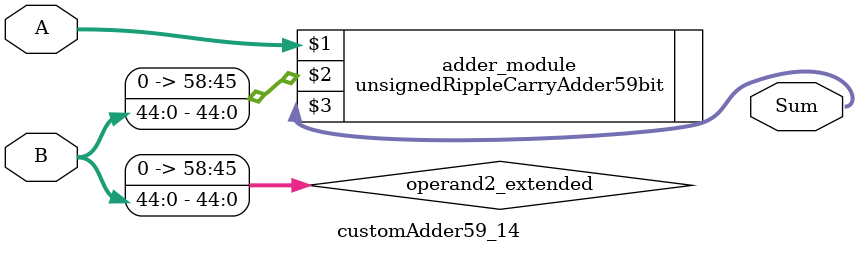
<source format=v>
module customAdder59_14(
                        input [58 : 0] A,
                        input [44 : 0] B,
                        
                        output [59 : 0] Sum
                );

        wire [58 : 0] operand2_extended;
        
        assign operand2_extended =  {14'b0, B};
        
        unsignedRippleCarryAdder59bit adder_module(
            A,
            operand2_extended,
            Sum
        );
        
        endmodule
        
</source>
